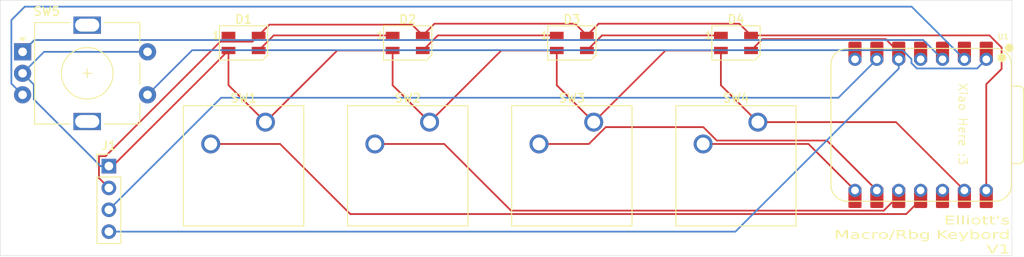
<source format=kicad_pcb>
(kicad_pcb (version 20241229) (generator "pcbnew") (generator_version "9.0")
  (layers (0 "F.Cu" signal) (2 "B.Cu" signal) (13 "F.Paste" user) (15 "B.Paste" user) (5 "F.SilkS" user "F.Silkscreen") (7 "B.SilkS" user "B.Silkscreen") (1 "F.Mask" user) (3 "B.Mask" user) (25 "Edge.Cuts" user))
  (net 0 "")
  (net 1 "+5V")
  (net 2 "GND")
  (net 3 "Net-(U1-GPIO2{slash}SCK)")
  (net 4 "Net-(U1-GPIO4{slash}MISO)")
  (net 5 "Net-(U1-GPIO1{slash}RX)")
  (net 7 "Net-(J1-Pin_3)")
  (net 9 "Net-(U1-GPIO3{slash}MOSI)")
  (net 10 "Net-(D1-DIN)")
  (net 12 "Net-(D2-DIN)")
  (net 13 "Net-(D3-DIN)")
  (net 14 "Net-(D4-DIN)")
  (net 16 "Net-(U1-GPIO28{slash}ADC2{slash}A2)")
  (net 17 "Net-(U1-GPIO27{slash}ADC1{slash}A1)")
  (net 18 "Net-(U1-GPIO26{slash}ADC0{slash}A0)")
  (footprint "Connector_PinHeader_2.54mm:PinHeader_1x04_P2.54mm_Vertical" (layer "F.Cu") (at 79.09 106.04)
    (property "Reference" "J1" (at 0 -2.38 0) (layer "F.SilkS"))
    (property "Value" "Conn_01x04_MountingPin" (hide yes))
    (fp_line (start -1.38 -1.38) (end 0 -1.38) (stroke (width 0.12)) (layer "F.SilkS"))
    (fp_line (start -1.38 0) (end -1.38 -1.38) (stroke (width 0.12)) (layer "F.SilkS"))
    (fp_line (start -1.38 1.27) (end -1.38 9) (stroke (width 0.12)) (layer "F.SilkS"))
    (fp_line (start -1.38 1.27) (end 1.38 1.27) (stroke (width 0.12)) (layer "F.SilkS"))
    (fp_line (start -1.38 9) (end 1.38 9) (stroke (width 0.12)) (layer "F.SilkS"))
    (fp_line (start 1.38 1.27) (end 1.38 9) (stroke (width 0.12)) (layer "F.SilkS"))
    (pad "1" thru_hole rect (at 0 0) (size 1.7 1.7) (drill 1) (layers "*.Cu" "*.Mask") (net 2 "GND"))
    (pad "2" thru_hole circle (at 0 2.54) (size 1.7 1.7) (drill 1) (layers "*.Cu" "*.Mask") (net 1 "+5V"))
    (pad "3" thru_hole circle (at 0 5.08) (size 1.7 1.7) (drill 1) (layers "*.Cu" "*.Mask") (net 7 "Net-(J1-Pin_3)"))
    (pad "4" thru_hole circle (at 0 7.62) (size 1.7 1.7) (drill 1) (layers "*.Cu" "*.Mask") (net 14 "Net-(D4-DIN)"))
  )
  (footprint "LED_SMD:LED_SK6812MINI_PLCC4_3.5x3.5mm_P1.75mm" (layer "F.Cu") (at 94.721246 91.71875)
    (property "Reference" "D1" (at 0 -2.75 0) (layer "F.SilkS"))
    (property "Value" "SK6812MINI")
    (fp_line (start -2.8 -2) (end -2.8 2) (stroke (width 0.12)) (layer "F.SilkS"))
    (fp_line (start -2.8 -2) (end 2.8 -2) (stroke (width 0.12)) (layer "F.SilkS"))
    (fp_line (start -2.8 2) (end 2.2 2) (stroke (width 0.12)) (layer "F.SilkS"))
    (fp_line (start 2.8 1.4) (end 2.2 2) (stroke (width 0.12)) (layer "F.SilkS"))
    (fp_line (start 2.8 1.4) (end 2.8 -2) (stroke (width 0.12)) (layer "F.SilkS"))
    (fp_text user "1" (at -3.2 -0.875 0) (layer "F.SilkS") (effects (font (size 0.8 0.8))))
    (pad "1" smd rect (at -1.75 -0.875) (size 1.6 0.85) (layers "F.Cu" "F.Mask" "F.Paste"))
    (pad "2" smd rect (at -1.75 0.875) (size 1.6 0.85) (layers "F.Cu" "F.Mask" "F.Paste") (net 2 "GND"))
    (pad "3" smd rect (at 1.75 0.875) (size 1.6 0.85) (layers "F.Cu" "F.Mask" "F.Paste") (net 10 "Net-(D1-DIN)"))
    (pad "4" smd rect (at 1.75 -0.875) (size 1.6 0.85) (layers "F.Cu" "F.Mask" "F.Paste") (net 1 "+5V"))
  )
  (footprint "opl:XIAO-RP2040-DIP" (layer "F.Cu") (at 173.302496 101.24375 -90)
    (property "Reference" "U1" (at -10.27375 -9.587504 0) (layer "F.SilkS") (effects (font (size 0.635 0.635) (thickness 0.1016))))
    (property "Value" "XIAO-RP2040-DIP")
    (fp_line (start -6.985 10.414) (end 6.985 10.414) (stroke (width 0.127)) (layer "F.SilkS"))
    (fp_line (start -8.89 8.509) (end -8.89 -8.636) (stroke (width 0.127)) (layer "F.SilkS"))
    (fp_line (start 8.89 8.509) (end 8.89 -8.636) (stroke (width 0.127)) (layer "F.SilkS"))
    (fp_line (start -4.495 -10.541) (end -4.491272 -11.451272) (stroke (width 0.127)) (layer "F.SilkS"))
    (fp_line (start 6.985 -10.541) (end -6.985 -10.541) (stroke (width 0.1)) (layer "F.SilkS"))
    (fp_line (start 6.985 -10.541) (end -6.985 -10.541) (stroke (width 0.127)) (layer "F.SilkS"))
    (fp_line (start 4.504 -11.451) (end 4.504 -10.541) (stroke (width 0.127)) (layer "F.SilkS"))
    (fp_line (start -3.991272 -11.951) (end 4.004 -11.951) (stroke (width 0.127)) (layer "F.SilkS"))
    (fp_arc (start -6.985 10.414) (mid -8.332038 9.856038) (end -8.89 8.509) (stroke (width 0.127)) (layer "F.SilkS"))
    (fp_arc (start 8.89 8.509) (mid 8.332038 9.856038) (end 6.985 10.414) (stroke (width 0.127)) (layer "F.SilkS"))
    (fp_arc (start -8.89 -8.636) (mid -8.332038 -9.983038) (end -6.985 -10.541) (stroke (width 0.127)) (layer "F.SilkS"))
    (fp_arc (start 6.985 -10.541) (mid 8.332038 -9.983038) (end 8.89 -8.636) (stroke (width 0.127)) (layer "F.SilkS"))
    (fp_arc (start -4.491272 -11.451272) (mid -4.344728 -11.80464) (end -3.991272 -11.951) (stroke (width 0.127)) (layer "F.SilkS"))
    (fp_arc (start 4.004 -11.951) (mid 4.357553 -11.804553) (end 4.504 -11.451) (stroke (width 0.127)) (layer "F.SilkS"))
    (fp_circle (center -7.807 -9.42) (end -7.807 -9.674) (stroke (width 0.5)) (fill yes) (layer "F.SilkS"))
    (fp_circle (center -8.95 -10.3) (end -8.95 -10.554) (stroke (width 0.5)) (fill yes) (layer "F.SilkS"))
    (pad "1" smd roundrect (at -8.455 -7.62 90) (size 2.432 1.524) (layers "F.Cu" "F.Mask") (roundrect_rratio 0.1) (net 18 "Net-(U1-GPIO26{slash}ADC0{slash}A0)"))
    (pad "1" thru_hole circle (at -7.62 -7.62 90) (size 1.524 1.524) (drill 0.889) (layers "*.Cu" "*.Mask") (net 18 "Net-(U1-GPIO26{slash}ADC0{slash}A0)"))
    (pad "2" smd roundrect (at -8.455 -5.08 90) (size 2.432 1.524) (layers "F.Cu" "F.Mask") (roundrect_rratio 0.1) (net 17 "Net-(U1-GPIO27{slash}ADC1{slash}A1)"))
    (pad "2" thru_hole circle (at -7.62 -5.08 90) (size 1.524 1.524) (drill 0.889) (layers "*.Cu" "*.Mask") (net 17 "Net-(U1-GPIO27{slash}ADC1{slash}A1)"))
    (pad "3" smd roundrect (at -8.455 -2.54 90) (size 2.432 1.524) (layers "F.Cu" "F.Mask") (roundrect_rratio 0.1) (net 16 "Net-(U1-GPIO28{slash}ADC2{slash}A2)"))
    (pad "3" thru_hole circle (at -7.62 -2.54 90) (size 1.524 1.524) (drill 0.889) (layers "*.Cu" "*.Mask") (net 16 "Net-(U1-GPIO28{slash}ADC2{slash}A2)"))
    (pad "4" smd roundrect (at -8.455 0 90) (size 2.432 1.524) (layers "F.Cu" "F.Mask") (roundrect_rratio 0.1))
    (pad "4" thru_hole circle (at -7.62 0 90) (size 1.524 1.524) (drill 0.889) (layers "*.Cu" "*.Mask"))
    (pad "5" smd roundrect (at -8.455 2.54 90) (size 2.432 1.524) (layers "F.Cu" "F.Mask") (roundrect_rratio 0.1) (net 14 "Net-(D4-DIN)"))
    (pad "5" thru_hole circle (at -7.62 2.54 90) (size 1.524 1.524) (drill 0.889) (layers "*.Cu" "*.Mask") (net 14 "Net-(D4-DIN)"))
    (pad "6" smd roundrect (at -8.455 5.08 90) (size 2.432 1.524) (layers "F.Cu" "F.Mask") (roundrect_rratio 0.1) (net 7 "Net-(J1-Pin_3)"))
    (pad "6" thru_hole circle (at -7.62 5.08 90) (size 1.524 1.524) (drill 0.889) (layers "*.Cu" "*.Mask") (net 7 "Net-(J1-Pin_3)"))
    (pad "7" smd roundrect (at -8.455 7.62 90) (size 2.432 1.524) (layers "F.Cu" "F.Mask") (roundrect_rratio 0.1))
    (pad "7" thru_hole circle (at -7.62 7.62 90) (size 1.524 1.524) (drill 0.889) (layers "*.Cu" "*.Mask"))
    (pad "8" thru_hole circle (at 7.62 7.62 270) (size 1.524 1.524) (drill 0.889) (layers "*.Cu" "*.Mask") (net 5 "Net-(U1-GPIO1{slash}RX)"))
    (pad "8" smd roundrect (at 8.455 7.62 270) (size 2.432 1.524) (layers "F.Cu" "F.Mask") (roundrect_rratio 0.1) (net 5 "Net-(U1-GPIO1{slash}RX)"))
    (pad "9" thru_hole circle (at 7.62 5.08 270) (size 1.524 1.524) (drill 0.889) (layers "*.Cu" "*.Mask") (net 3 "Net-(U1-GPIO2{slash}SCK)"))
    (pad "9" smd roundrect (at 8.455 5.08 270) (size 2.432 1.524) (layers "F.Cu" "F.Mask") (roundrect_rratio 0.1) (net 3 "Net-(U1-GPIO2{slash}SCK)"))
    (pad "10" thru_hole circle (at 7.62 2.54 270) (size 1.524 1.524) (drill 0.889) (layers "*.Cu" "*.Mask") (net 4 "Net-(U1-GPIO4{slash}MISO)"))
    (pad "10" smd roundrect (at 8.455 2.54 270) (size 2.432 1.524) (layers "F.Cu" "F.Mask") (roundrect_rratio 0.1) (net 4 "Net-(U1-GPIO4{slash}MISO)"))
    (pad "11" thru_hole circle (at 7.62 0 270) (size 1.524 1.524) (drill 0.889) (layers "*.Cu" "*.Mask") (net 9 "Net-(U1-GPIO3{slash}MOSI)"))
    (pad "11" smd roundrect (at 8.455 0 270) (size 2.432 1.524) (layers "F.Cu" "F.Mask") (roundrect_rratio 0.1) (net 9 "Net-(U1-GPIO3{slash}MOSI)"))
    (pad "12" thru_hole circle (at 7.62 -2.54 270) (size 1.524 1.524) (drill 0.889) (layers "*.Cu" "*.Mask"))
    (pad "12" smd roundrect (at 8.455 -2.54 270) (size 2.432 1.524) (layers "F.Cu" "F.Mask") (roundrect_rratio 0.1))
    (pad "13" thru_hole circle (at 7.62 -5.08 270) (size 1.524 1.524) (drill 0.889) (layers "*.Cu" "*.Mask") (net 2 "GND"))
    (pad "13" smd roundrect (at 8.455 -5.08 270) (size 2.432 1.524) (layers "F.Cu" "F.Mask") (roundrect_rratio 0.1) (net 2 "GND"))
    (pad "14" thru_hole circle (at 7.62 -7.62 270) (size 1.524 1.524) (drill 0.889) (layers "*.Cu" "*.Mask") (net 1 "+5V"))
    (pad "14" smd roundrect (at 8.455 -7.62 270) (size 2.432 1.524) (layers "F.Cu" "F.Mask") (roundrect_rratio 0.1) (net 1 "+5V"))
  )
  (footprint "Button_Switch_Keyboard:SW_Cherry_MX_1.00u_PCB" (layer "F.Cu") (at 97.26125 100.92625)
    (property "Reference" "SW1" (at -2.54 -2.794 0) (layer "F.SilkS"))
    (property "Value" "SW_Push")
    (fp_line (start -9.525 -1.905) (end 4.445 -1.905) (stroke (width 0.12)) (layer "F.SilkS"))
    (fp_line (start -9.525 12.065) (end -9.525 -1.905) (stroke (width 0.12)) (layer "F.SilkS"))
    (fp_line (start 4.445 -1.905) (end 4.445 12.065) (stroke (width 0.12)) (layer "F.SilkS"))
    (fp_line (start 4.445 12.065) (end -9.525 12.065) (stroke (width 0.12)) (layer "F.SilkS"))
    (pad "" np_thru_hole circle (at -7.62 5.08) (size 1.7 1.7) (drill 1.7) (layers "*.Cu" "*.Mask"))
    (pad "" np_thru_hole circle (at -2.54 5.08) (size 4 4) (drill 4) (layers "*.Cu" "*.Mask"))
    (pad "" np_thru_hole circle (at 2.54 5.08) (size 1.7 1.7) (drill 1.7) (layers "*.Cu" "*.Mask"))
    (pad "1" thru_hole circle (at 0 0) (size 2.2 2.2) (drill 1.5) (layers "*.Cu" "*.Mask") (net 2 "GND"))
    (pad "2" thru_hole circle (at -6.35 2.54) (size 2.2 2.2) (drill 1.5) (layers "*.Cu" "*.Mask") (net 9 "Net-(U1-GPIO3{slash}MOSI)"))
  )
  (footprint "Button_Switch_Keyboard:SW_Cherry_MX_1.00u_PCB" (layer "F.Cu") (at 154.41125 100.92625)
    (property "Reference" "SW4" (at -2.54 -2.794 0) (layer "F.SilkS"))
    (property "Value" "SW_Push")
    (fp_line (start -9.525 -1.905) (end 4.445 -1.905) (stroke (width 0.12)) (layer "F.SilkS"))
    (fp_line (start -9.525 12.065) (end -9.525 -1.905) (stroke (width 0.12)) (layer "F.SilkS"))
    (fp_line (start 4.445 -1.905) (end 4.445 12.065) (stroke (width 0.12)) (layer "F.SilkS"))
    (fp_line (start 4.445 12.065) (end -9.525 12.065) (stroke (width 0.12)) (layer "F.SilkS"))
    (pad "" np_thru_hole circle (at -7.62 5.08) (size 1.7 1.7) (drill 1.7) (layers "*.Cu" "*.Mask"))
    (pad "" np_thru_hole circle (at -2.54 5.08) (size 4 4) (drill 4) (layers "*.Cu" "*.Mask"))
    (pad "" np_thru_hole circle (at 2.54 5.08) (size 1.7 1.7) (drill 1.7) (layers "*.Cu" "*.Mask"))
    (pad "1" thru_hole circle (at 0 0) (size 2.2 2.2) (drill 1.5) (layers "*.Cu" "*.Mask") (net 2 "GND"))
    (pad "2" thru_hole circle (at -6.35 2.54) (size 2.2 2.2) (drill 1.5) (layers "*.Cu" "*.Mask") (net 5 "Net-(U1-GPIO1{slash}RX)"))
  )
  (footprint "Button_Switch_Keyboard:SW_Cherry_MX_1.00u_PCB" (layer "F.Cu") (at 116.31125 100.92625)
    (property "Reference" "SW2" (at -2.54 -2.794 0) (layer "F.SilkS"))
    (property "Value" "SW_Push")
    (fp_line (start -9.525 -1.905) (end 4.445 -1.905) (stroke (width 0.12)) (layer "F.SilkS"))
    (fp_line (start -9.525 12.065) (end -9.525 -1.905) (stroke (width 0.12)) (layer "F.SilkS"))
    (fp_line (start 4.445 -1.905) (end 4.445 12.065) (stroke (width 0.12)) (layer "F.SilkS"))
    (fp_line (start 4.445 12.065) (end -9.525 12.065) (stroke (width 0.12)) (layer "F.SilkS"))
    (pad "" np_thru_hole circle (at -7.62 5.08) (size 1.7 1.7) (drill 1.7) (layers "*.Cu" "*.Mask"))
    (pad "" np_thru_hole circle (at -2.54 5.08) (size 4 4) (drill 4) (layers "*.Cu" "*.Mask"))
    (pad "" np_thru_hole circle (at 2.54 5.08) (size 1.7 1.7) (drill 1.7) (layers "*.Cu" "*.Mask"))
    (pad "1" thru_hole circle (at 0 0) (size 2.2 2.2) (drill 1.5) (layers "*.Cu" "*.Mask") (net 2 "GND"))
    (pad "2" thru_hole circle (at -6.35 2.54) (size 2.2 2.2) (drill 1.5) (layers "*.Cu" "*.Mask") (net 4 "Net-(U1-GPIO4{slash}MISO)"))
  )
  (footprint "Button_Switch_Keyboard:SW_Cherry_MX_1.00u_PCB" (layer "F.Cu") (at 135.36125 100.92625)
    (property "Reference" "SW3" (at -2.54 -2.794 0) (layer "F.SilkS"))
    (property "Value" "SW_Push")
    (fp_line (start -9.525 -1.905) (end 4.445 -1.905) (stroke (width 0.12)) (layer "F.SilkS"))
    (fp_line (start -9.525 12.065) (end -9.525 -1.905) (stroke (width 0.12)) (layer "F.SilkS"))
    (fp_line (start 4.445 -1.905) (end 4.445 12.065) (stroke (width 0.12)) (layer "F.SilkS"))
    (fp_line (start 4.445 12.065) (end -9.525 12.065) (stroke (width 0.12)) (layer "F.SilkS"))
    (pad "" np_thru_hole circle (at -7.62 5.08) (size 1.7 1.7) (drill 1.7) (layers "*.Cu" "*.Mask"))
    (pad "" np_thru_hole circle (at -2.54 5.08) (size 4 4) (drill 4) (layers "*.Cu" "*.Mask"))
    (pad "" np_thru_hole circle (at 2.54 5.08) (size 1.7 1.7) (drill 1.7) (layers "*.Cu" "*.Mask"))
    (pad "1" thru_hole circle (at 0 0) (size 2.2 2.2) (drill 1.5) (layers "*.Cu" "*.Mask") (net 2 "GND"))
    (pad "2" thru_hole circle (at -6.35 2.54) (size 2.2 2.2) (drill 1.5) (layers "*.Cu" "*.Mask") (net 3 "Net-(U1-GPIO2{slash}SCK)"))
  )
  (footprint "LED_SMD:LED_SK6812MINI_PLCC4_3.5x3.5mm_P1.75mm" (layer "F.Cu") (at 113.771246 91.71875)
    (property "Reference" "D2" (at 0 -2.75 0) (layer "F.SilkS"))
    (property "Value" "SK6812MINI")
    (fp_line (start -2.8 -2) (end -2.8 2) (stroke (width 0.12)) (layer "F.SilkS"))
    (fp_line (start -2.8 -2) (end 2.8 -2) (stroke (width 0.12)) (layer "F.SilkS"))
    (fp_line (start -2.8 2) (end 2.2 2) (stroke (width 0.12)) (layer "F.SilkS"))
    (fp_line (start 2.8 1.4) (end 2.2 2) (stroke (width 0.12)) (layer "F.SilkS"))
    (fp_line (start 2.8 1.4) (end 2.8 -2) (stroke (width 0.12)) (layer "F.SilkS"))
    (fp_text user "1" (at -3.2 -0.875 0) (layer "F.SilkS") (effects (font (size 0.8 0.8))))
    (pad "1" smd rect (at -1.75 -0.875) (size 1.6 0.85) (layers "F.Cu" "F.Mask" "F.Paste") (net 10 "Net-(D1-DIN)"))
    (pad "2" smd rect (at -1.75 0.875) (size 1.6 0.85) (layers "F.Cu" "F.Mask" "F.Paste") (net 2 "GND"))
    (pad "3" smd rect (at 1.75 0.875) (size 1.6 0.85) (layers "F.Cu" "F.Mask" "F.Paste") (net 12 "Net-(D2-DIN)"))
    (pad "4" smd rect (at 1.75 -0.875) (size 1.6 0.85) (layers "F.Cu" "F.Mask" "F.Paste") (net 1 "+5V"))
  )
  (footprint "meow:RotaryEncoder_Alps_EC11E-Switch_Vertical_H20mm" (layer "F.Cu") (at 69.075 92.75)
    (property "Reference" "SW5" (at 2.8 -4.7 0) (layer "F.SilkS"))
    (property "Value" "RotaryEncoder_Switch_MP")
    (fp_line (start -0.3 -1.6) (end 0.3 -1.6) (stroke (width 0.12)) (layer "F.SilkS"))
    (fp_line (start 0 -1.3) (end -0.3 -1.6) (stroke (width 0.12)) (layer "F.SilkS"))
    (fp_line (start 0.3 -1.6) (end 0 -1.3) (stroke (width 0.12)) (layer "F.SilkS"))
    (fp_line (start 1.4 -3.4) (end 1.4 8.4) (stroke (width 0.12)) (layer "F.SilkS"))
    (fp_line (start 5.5 -3.4) (end 1.4 -3.4) (stroke (width 0.12)) (layer "F.SilkS"))
    (fp_line (start 5.5 8.4) (end 1.4 8.4) (stroke (width 0.12)) (layer "F.SilkS"))
    (fp_line (start 7 2.5) (end 8 2.5) (stroke (width 0.12)) (layer "F.SilkS"))
    (fp_line (start 7.5 2) (end 7.5 3) (stroke (width 0.12)) (layer "F.SilkS"))
    (fp_line (start 9.5 -3.4) (end 13.6 -3.4) (stroke (width 0.12)) (layer "F.SilkS"))
    (fp_line (start 13.6 -3.4) (end 13.6 -1) (stroke (width 0.12)) (layer "F.SilkS"))
    (fp_line (start 13.6 1.2) (end 13.6 3.8) (stroke (width 0.12)) (layer "F.SilkS"))
    (fp_line (start 13.6 6) (end 13.6 8.4) (stroke (width 0.12)) (layer "F.SilkS"))
    (fp_line (start 13.6 8.4) (end 9.5 8.4) (stroke (width 0.12)) (layer "F.SilkS"))
    (fp_circle (center 7.5 2.5) (end 10.5 2.5) (stroke (width 0.12)) (fill no) (layer "F.SilkS"))
    (pad "A" thru_hole rect (at 0 0) (size 2 2) (drill 1) (layers "*.Cu" "*.Mask") (net 16 "Net-(U1-GPIO28{slash}ADC2{slash}A2)"))
    (pad "B" thru_hole circle (at 0 5) (size 2 2) (drill 1) (layers "*.Cu" "*.Mask") (net 17 "Net-(U1-GPIO27{slash}ADC1{slash}A1)"))
    (pad "C" thru_hole circle (at 0 2.5) (size 2 2) (drill 1) (layers "*.Cu" "*.Mask") (net 2 "GND"))
    (pad "MP" thru_hole rect (at 7.5 -3.1) (size 3.2 2) (drill oval 2.8 1.5) (layers "*.Cu" "*.Mask"))
    (pad "MP" thru_hole rect (at 7.5 8.1) (size 3.2 2) (drill oval 2.8 1.5) (layers "*.Cu" "*.Mask"))
    (pad "S1" thru_hole circle (at 14.5 5) (size 2 2) (drill 1) (layers "*.Cu" "*.Mask") (net 18 "Net-(U1-GPIO26{slash}ADC0{slash}A0)"))
    (pad "S2" thru_hole circle (at 14.5 0) (size 2 2) (drill 1) (layers "*.Cu" "*.Mask") (net 2 "GND"))
  )
  (footprint "LED_SMD:LED_SK6812MINI_PLCC4_3.5x3.5mm_P1.75mm" (layer "F.Cu") (at 132.821246 91.71875)
    (property "Reference" "D3" (at 0 -2.75 0) (layer "F.SilkS"))
    (property "Value" "SK6812MINI")
    (fp_line (start -2.8 -2) (end -2.8 2) (stroke (width 0.12)) (layer "F.SilkS"))
    (fp_line (start -2.8 -2) (end 2.8 -2) (stroke (width 0.12)) (layer "F.SilkS"))
    (fp_line (start -2.8 2) (end 2.2 2) (stroke (width 0.12)) (layer "F.SilkS"))
    (fp_line (start 2.8 1.4) (end 2.2 2) (stroke (width 0.12)) (layer "F.SilkS"))
    (fp_line (start 2.8 1.4) (end 2.8 -2) (stroke (width 0.12)) (layer "F.SilkS"))
    (pad "1" smd rect (at -1.75 -0.875) (size 1.6 0.85) (layers "F.Cu" "F.Mask" "F.Paste") (net 12 "Net-(D2-DIN)"))
    (pad "2" smd rect (at -1.75 0.875) (size 1.6 0.85) (layers "F.Cu" "F.Mask" "F.Paste") (net 2 "GND"))
    (pad "3" smd rect (at 1.75 0.875) (size 1.6 0.85) (layers "F.Cu" "F.Mask" "F.Paste") (net 13 "Net-(D3-DIN)"))
    (pad "4" smd rect (at 1.75 -0.875) (size 1.6 0.85) (layers "F.Cu" "F.Mask" "F.Paste") (net 1 "+5V"))
  )
  (footprint "LED_SMD:LED_SK6812MINI_PLCC4_3.5x3.5mm_P1.75mm" (layer "F.Cu") (at 151.871246 91.71875)
    (property "Reference" "D4" (at 0 -2.75 0) (layer "F.SilkS"))
    (property "Value" "SK6812MINI")
    (fp_line (start -2.8 -2) (end -2.8 2) (stroke (width 0.12)) (layer "F.SilkS"))
    (fp_line (start -2.8 -2) (end 2.8 -2) (stroke (width 0.12)) (layer "F.SilkS"))
    (fp_line (start -2.8 2) (end 2.2 2) (stroke (width 0.12)) (layer "F.SilkS"))
    (fp_line (start 2.8 1.4) (end 2.2 2) (stroke (width 0.12)) (layer "F.SilkS"))
    (fp_line (start 2.8 1.4) (end 2.8 -2) (stroke (width 0.12)) (layer "F.SilkS"))
    (fp_text user "1" (at -3.2 -0.875 0) (layer "F.SilkS") (effects (font (size 0.8 0.8))))
    (pad "1" smd rect (at -1.75 -0.875) (size 1.6 0.85) (layers "F.Cu" "F.Mask" "F.Paste") (net 13 "Net-(D3-DIN)"))
    (pad "2" smd rect (at -1.75 0.875) (size 1.6 0.85) (layers "F.Cu" "F.Mask" "F.Paste") (net 2 "GND"))
    (pad "3" smd rect (at 1.75 0.875) (size 1.6 0.85) (layers "F.Cu" "F.Mask" "F.Paste") (net 14 "Net-(D4-DIN)"))
    (pad "4" smd rect (at 1.75 -0.875) (size 1.6 0.85) (layers "F.Cu" "F.Mask" "F.Paste") (net 1 "+5V"))
  )
  (gr_rect (start 66.47875 86.75) (end 183.9 116.45) (stroke (width 0.05)) (fill no) (layer "Edge.Cuts"))
  (gr_text "Xiao Here :3" (at 177.62 96.31 270) (layer "F.SilkS") (effects (font (size 1 1) (thickness 0.1)) (justify left bottom)))
  (gr_text "1" (at 129.621246 90.84375 0) (layer "F.SilkS") (effects (font (size 0.8 0.8))))
  (gr_text "Elliott's\nMacro/Rbg Keybord\nV1" (at 183.69 116.35 0) (layer "F.SilkS") (effects (font (size 1 1.5) (thickness 0.1)) (justify right bottom)))
  (segment (start 182.7 92.247628) (end 182.7 94.74) (width 0.2) (layer "F.Cu") (net 1))
  (segment (start 95.745246 91.56975) (end 96.471246 90.84375) (width 0.2) (layer "F.Cu") (net 1))
  (segment (start 181.296122 90.84375) (end 182.7 92.247628) (width 0.2) (layer "F.Cu") (net 1))
  (segment (start 134.571246 90.84375) (end 133.207496 89.48) (width 0.2) (layer "F.Cu") (net 1))
  (segment (start 180.922496 96.517504) (end 180.922496 108.86375) (width 0.2) (layer "F.Cu") (net 1))
  (segment (start 97.724996 89.59) (end 96.471246 90.84375) (width 0.2) (layer "F.Cu") (net 1))
  (segment (start 115.521246 90.84375) (end 114.267496 89.59) (width 0.2) (layer "F.Cu") (net 1))
  (segment (start 153.621246 90.84375) (end 181.296122 90.84375) (width 0.2) (layer "F.Cu") (net 1))
  (segment (start 78.7089 104.889) (end 92.02815 91.56975) (width 0.2) (layer "F.Cu") (net 1))
  (segment (start 133.207496 89.48) (end 116.884996 89.48) (width 0.2) (layer "F.Cu") (net 1))
  (segment (start 135.934996 89.48) (end 134.571246 90.84375) (width 0.2) (layer "F.Cu") (net 1))
  (segment (start 152.257496 89.48) (end 135.934996 89.48) (width 0.2) (layer "F.Cu") (net 1))
  (segment (start 182.7 94.74) (end 180.922496 96.517504) (width 0.2) (layer "F.Cu") (net 1))
  (segment (start 153.621246 90.84375) (end 152.257496 89.48) (width 0.2) (layer "F.Cu") (net 1))
  (segment (start 79.09 108.58) (end 77.939 107.429) (width 0.2) (layer "F.Cu") (net 1))
  (segment (start 77.939 104.889) (end 78.7089 104.889) (width 0.2) (layer "F.Cu") (net 1))
  (segment (start 92.02815 91.56975) (end 95.745246 91.56975) (width 0.2) (layer "F.Cu") (net 1))
  (segment (start 77.939 107.429) (end 77.939 104.889) (width 0.2) (layer "F.Cu") (net 1))
  (segment (start 116.884996 89.48) (end 115.521246 90.84375) (width 0.2) (layer "F.Cu") (net 1))
  (segment (start 114.267496 89.59) (end 97.724996 89.59) (width 0.2) (layer "F.Cu") (net 1))
  (segment (start 150.121246 92.59375) (end 150.121246 96.63625) (width 0.2) (layer "F.Cu") (net 2))
  (segment (start 79.524996 106.04) (end 92.971246 92.59375) (width 0.2) (layer "F.Cu") (net 2))
  (segment (start 124.643746 92.59375) (end 131.071246 92.59375) (width 0.2) (layer "F.Cu") (net 2))
  (segment (start 116.311246 100.92625) (end 124.643746 92.59375) (width 0.2) (layer "F.Cu") (net 2))
  (segment (start 92.971246 96.63625) (end 97.261246 100.92625) (width 0.2) (layer "F.Cu") (net 2))
  (segment (start 150.121246 96.63625) (end 154.411246 100.92625) (width 0.2) (layer "F.Cu") (net 2))
  (segment (start 135.361246 100.92625) (end 143.693746 92.59375) (width 0.2) (layer "F.Cu") (net 2))
  (segment (start 131.071246 92.59375) (end 131.071246 96.63625) (width 0.2) (layer "F.Cu") (net 2))
  (segment (start 154.411246 100.92625) (end 170.444996 100.92625) (width 0.2) (layer "F.Cu") (net 2))
  (segment (start 112.021246 96.63625) (end 116.311246 100.92625) (width 0.2) (layer "F.Cu") (net 2))
  (segment (start 79.09 106.04) (end 79.524996 106.04) (width 0.2) (layer "F.Cu") (net 2))
  (segment (start 92.971246 92.59375) (end 92.971246 96.63625) (width 0.2) (layer "F.Cu") (net 2))
  (segment (start 131.071246 96.63625) (end 135.361246 100.92625) (width 0.2) (layer "F.Cu") (net 2))
  (segment (start 143.693746 92.59375) (end 150.121246 92.59375) (width 0.2) (layer "F.Cu") (net 2))
  (segment (start 112.021246 92.59375) (end 112.021246 96.63625) (width 0.2) (layer "F.Cu") (net 2))
  (segment (start 105.593746 92.59375) (end 112.021246 92.59375) (width 0.2) (layer "F.Cu") (net 2))
  (segment (start 97.261246 100.92625) (end 105.593746 92.59375) (width 0.2) (layer "F.Cu") (net 2))
  (segment (start 170.444996 100.92625) (end 178.382496 108.86375) (width 0.2) (layer "F.Cu") (net 2))
  (segment (start 70.376 96.551) (end 69.075 95.25) (width 0.2) (layer "B.Cu") (net 2))
  (segment (start 71.575 92.75) (end 83.575 92.75) (width 0.2) (layer "B.Cu") (net 2))
  (segment (start 78.127108 106.04) (end 70.376 98.288892) (width 0.2) (layer "B.Cu") (net 2))
  (segment (start 69.075 95.25) (end 71.575 92.75) (width 0.2) (layer "B.Cu") (net 2))
  (segment (start 79.09 106.04) (end 78.127108 106.04) (width 0.2) (layer "B.Cu") (net 2))
  (segment (start 70.376 98.288892) (end 70.376 96.551) (width 0.2) (layer "B.Cu") (net 2))
  (segment (start 168.222496 108.86375) (end 168.222496 109.94138) (width 0.2) (layer "F.Cu") (net 3))
  (segment (start 149.641564 103.06525) (end 148.082878 101.506564) (width 0.2) (layer "F.Cu") (net 3))
  (segment (start 162.423996 103.06525) (end 149.641564 103.06525) (width 0.2) (layer "F.Cu") (net 3))
  (segment (start 134.802564 103.46625) (end 129.01125 103.46625) (width 0.2) (layer "F.Cu") (net 3))
  (segment (start 168.222496 108.86375) (end 162.423996 103.06525) (width 0.2) (layer "F.Cu") (net 3))
  (segment (start 136.76225 101.506564) (end 134.802564 103.46625) (width 0.2) (layer "F.Cu") (net 3))
  (segment (start 148.082878 101.506564) (end 136.76225 101.506564) (width 0.2) (layer "F.Cu") (net 3))
  (segment (start 118.00972 103.46625) (end 109.96125 103.46625) (width 0.2) (layer "F.Cu") (net 4))
  (segment (start 170.762496 108.86375) (end 170.762496 109.477376) (width 0.2) (layer "F.Cu") (net 4))
  (segment (start 169.024122 111.21575) (end 125.75922 111.21575) (width 0.2) (layer "F.Cu") (net 4))
  (segment (start 125.75922 111.21575) (end 118.00972 103.46625) (width 0.2) (layer "F.Cu") (net 4))
  (segment (start 170.762496 109.477376) (end 169.024122 111.21575) (width 0.2) (layer "F.Cu") (net 4))
  (segment (start 160.284996 103.46625) (end 148.06125 103.46625) (width 0.2) (layer "F.Cu") (net 5))
  (segment (start 165.682496 108.86375) (end 160.284996 103.46625) (width 0.2) (layer "F.Cu") (net 5))
  (segment (start 163.756246 98.09) (end 168.222496 93.62375) (width 0.2) (layer "B.Cu") (net 7))
  (segment (start 92.12 98.09) (end 163.756246 98.09) (width 0.2) (layer "B.Cu") (net 7))
  (segment (start 79.09 111.12) (end 92.12 98.09) (width 0.2) (layer "B.Cu") (net 7))
  (segment (start 171.627126 111.61675) (end 107.11022 111.61675) (width 0.2) (layer "F.Cu") (net 9))
  (segment (start 173.302496 108.86375) (end 173.302496 109.94138) (width 0.2) (layer "F.Cu") (net 9))
  (segment (start 173.302496 109.94138) (end 171.627126 111.61675) (width 0.2) (layer "F.Cu") (net 9))
  (segment (start 107.11022 111.61675) (end 98.95972 103.46625) (width 0.2) (layer "F.Cu") (net 9))
  (segment (start 98.95972 103.46625) (end 90.91125 103.46625) (width 0.2) (layer "F.Cu") (net 9))
  (segment (start 112.09 90.774996) (end 112.021246 90.84375) (width 0.2) (layer "F.Cu") (net 10))
  (segment (start 96.471246 92.59375) (end 98.221246 90.84375) (width 0.2) (layer "F.Cu") (net 10))
  (segment (start 98.221246 90.84375) (end 112.021246 90.84375) (width 0.2) (layer "F.Cu") (net 10))
  (segment (start 117.271246 90.84375) (end 131.071246 90.84375) (width 0.2) (layer "F.Cu") (net 12))
  (segment (start 115.521246 92.59375) (end 117.271246 90.84375) (width 0.2) (layer "F.Cu") (net 12))
  (segment (start 134.571246 92.59375) (end 136.321246 90.84375) (width 0.2) (layer "F.Cu") (net 13))
  (segment (start 136.321246 90.84375) (end 150.121246 90.84375) (width 0.2) (layer "F.Cu") (net 13))
  (segment (start 154.943246 91.27175) (end 169.245496 91.27175) (width 0.2) (layer "F.Cu") (net 14))
  (segment (start 170.762496 92.54612) (end 170.762496 93.62375) (width 0.2) (layer "F.Cu") (net 14))
  (segment (start 169.245496 91.27175) (end 170.762496 92.78875) (width 0.2) (layer "F.Cu") (net 14))
  (segment (start 153.621246 92.59375) (end 154.943246 91.27175) (width 0.2) (layer "F.Cu") (net 14))
  (segment (start 170.762496 94.70138) (end 151.803876 113.66) (width 0.2) (layer "B.Cu") (net 14))
  (segment (start 151.803876 113.66) (end 79.09 113.66) (width 0.2) (layer "B.Cu") (net 14))
  (segment (start 170.762496 93.62375) (end 170.762496 94.70138) (width 0.2) (layer "B.Cu") (net 14))
  (segment (start 69.075 92.75) (end 70.445 91.38) (width 0.2) (layer "B.Cu") (net 16))
  (segment (start 70.445 91.38) (end 173.598746 91.38) (width 0.2) (layer "B.Cu") (net 16))
  (segment (start 173.598746 91.38) (end 175.842496 93.62375) (width 0.2) (layer "B.Cu") (net 16))
  (segment (start 69.33 87.5) (end 172.258746 87.5) (width 0.2) (layer "B.Cu") (net 17))
  (segment (start 172.258746 87.5) (end 178.382496 93.62375) (width 0.2) (layer "B.Cu") (net 17))
  (segment (start 67.774 89.056) (end 69.33 87.5) (width 0.2) (layer "B.Cu") (net 17))
  (segment (start 69.075 97.75) (end 67.774 96.449) (width 0.2) (layer "B.Cu") (net 17))
  (segment (start 67.774 96.449) (end 67.774 89.056) (width 0.2) (layer "B.Cu") (net 17))
  (segment (start 172.862186 94.68675) (end 179.859496 94.68675) (width 0.2) (layer "B.Cu") (net 18))
  (segment (start 172.239496 94.06406) (end 172.862186 94.68675) (width 0.2) (layer "B.Cu") (net 18))
  (segment (start 83.575 97.75) (end 88.76425 92.56075) (width 0.2) (layer "B.Cu") (net 18))
  (segment (start 179.859496 94.68675) (end 180.922496 93.62375) (width 0.2) (layer "B.Cu") (net 18))
  (segment (start 88.76425 92.56075) (end 171.202806 92.56075) (width 0.2) (layer "B.Cu") (net 18))
  (segment (start 171.202806 92.56075) (end 172.239496 93.59744) (width 0.2) (layer "B.Cu") (net 18))
  (segment (start 172.239496 93.59744) (end 172.239496 94.06406) (width 0.2) (layer "B.Cu") (net 18))
)
</source>
